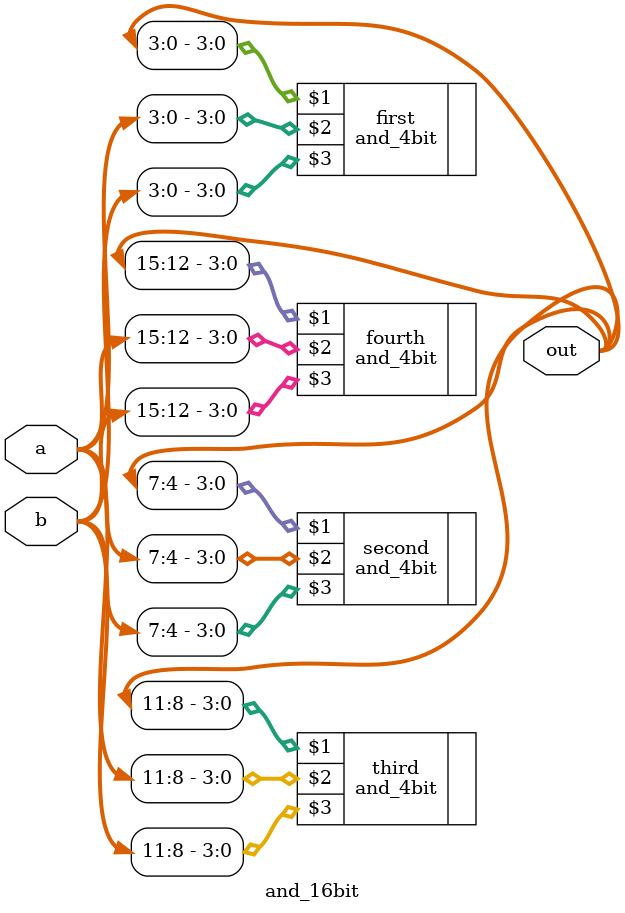
<source format=v>
module and_16bit(output [16:0] out , input [16:0] a , input [16:0] b);
	and_4bit first(out[3:0] , a[3:0] , b[3:0]);
	and_4bit second(out[7:4] , a[7:4] , b[7:4]);
	and_4bit third(out[11:8] , a[11:8] , b[11:8]);
	and_4bit fourth(out[15:12] , a[15:12] , b[15:12]);
endmodule

</source>
